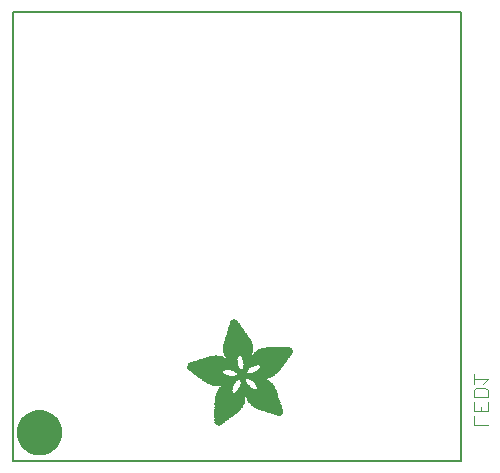
<source format=gbr>
G04 EAGLE Gerber RS-274X export*
G75*
%MOMM*%
%FSLAX34Y34*%
%LPD*%
%INSilkscreen Bottom*%
%IPPOS*%
%AMOC8*
5,1,8,0,0,1.08239X$1,22.5*%
G01*
%ADD10C,0.127000*%
%ADD11C,2.540000*%
%ADD12C,0.101600*%
%ADD13R,0.125700X0.014000*%
%ADD14R,0.209500X0.014000*%
%ADD15R,0.279400X0.013900*%
%ADD16R,0.335300X0.014000*%
%ADD17R,0.377200X0.014000*%
%ADD18R,0.419100X0.013900*%
%ADD19R,0.475000X0.014000*%
%ADD20R,0.502900X0.014000*%
%ADD21R,0.530900X0.013900*%
%ADD22R,0.558800X0.014000*%
%ADD23R,0.586800X0.014000*%
%ADD24R,0.628600X0.014000*%
%ADD25R,0.642600X0.013900*%
%ADD26R,0.670500X0.014000*%
%ADD27R,0.698500X0.014000*%
%ADD28R,0.712500X0.013900*%
%ADD29R,0.740400X0.014000*%
%ADD30R,0.768400X0.014000*%
%ADD31R,0.782300X0.013900*%
%ADD32R,0.810300X0.014000*%
%ADD33R,0.824200X0.014000*%
%ADD34R,0.852200X0.014000*%
%ADD35R,0.880200X0.013900*%
%ADD36R,0.894100X0.014000*%
%ADD37R,0.908100X0.014000*%
%ADD38R,0.936000X0.013900*%
%ADD39R,0.950000X0.014000*%
%ADD40R,0.964000X0.014000*%
%ADD41R,0.991900X0.013900*%
%ADD42R,1.005900X0.014000*%
%ADD43R,1.033800X0.014000*%
%ADD44R,1.047800X0.014000*%
%ADD45R,1.061800X0.013900*%
%ADD46R,1.089700X0.014000*%
%ADD47R,1.103700X0.014000*%
%ADD48R,1.117600X0.013900*%
%ADD49R,1.145600X0.014000*%
%ADD50R,1.159600X0.014000*%
%ADD51R,1.173500X0.013900*%
%ADD52R,1.201500X0.014000*%
%ADD53R,1.215400X0.014000*%
%ADD54R,1.243400X0.014000*%
%ADD55R,1.257300X0.013900*%
%ADD56R,1.271300X0.014000*%
%ADD57R,1.299300X0.014000*%
%ADD58R,1.313200X0.013900*%
%ADD59R,1.327200X0.014000*%
%ADD60R,1.355100X0.014000*%
%ADD61R,1.369100X0.013900*%
%ADD62R,1.383100X0.014000*%
%ADD63R,1.411000X0.014000*%
%ADD64R,1.425000X0.014000*%
%ADD65R,1.452900X0.013900*%
%ADD66R,1.466900X0.014000*%
%ADD67R,1.480900X0.014000*%
%ADD68R,1.508800X0.013900*%
%ADD69R,1.522800X0.014000*%
%ADD70R,1.536700X0.014000*%
%ADD71R,0.167700X0.013900*%
%ADD72R,1.564700X0.013900*%
%ADD73R,0.265500X0.014000*%
%ADD74R,1.578700X0.014000*%
%ADD75R,0.349200X0.014000*%
%ADD76R,1.606600X0.014000*%
%ADD77R,0.405100X0.014000*%
%ADD78R,1.620600X0.014000*%
%ADD79R,0.475000X0.013900*%
%ADD80R,1.634500X0.013900*%
%ADD81R,0.530900X0.014000*%
%ADD82R,1.662500X0.014000*%
%ADD83R,1.676400X0.014000*%
%ADD84R,1.690400X0.013900*%
%ADD85R,1.718400X0.014000*%
%ADD86R,0.754400X0.014000*%
%ADD87R,1.732300X0.014000*%
%ADD88R,0.796300X0.013900*%
%ADD89R,1.746300X0.013900*%
%ADD90R,0.852100X0.014000*%
%ADD91R,1.774200X0.014000*%
%ADD92R,0.908000X0.014000*%
%ADD93R,1.788200X0.014000*%
%ADD94R,0.949900X0.014000*%
%ADD95R,1.816100X0.014000*%
%ADD96R,1.005900X0.013900*%
%ADD97R,1.830100X0.013900*%
%ADD98R,1.844100X0.014000*%
%ADD99R,1.872000X0.014000*%
%ADD100R,1.131600X0.013900*%
%ADD101R,1.886000X0.013900*%
%ADD102R,1.187500X0.014000*%
%ADD103R,1.900000X0.014000*%
%ADD104R,1.229400X0.014000*%
%ADD105R,1.927900X0.014000*%
%ADD106R,1.271300X0.013900*%
%ADD107R,1.941900X0.013900*%
%ADD108R,1.313200X0.014000*%
%ADD109R,1.955800X0.014000*%
%ADD110R,1.969800X0.014000*%
%ADD111R,1.397000X0.014000*%
%ADD112R,1.997800X0.014000*%
%ADD113R,1.439000X0.013900*%
%ADD114R,2.011700X0.013900*%
%ADD115R,2.025700X0.014000*%
%ADD116R,2.039700X0.014000*%
%ADD117R,1.550700X0.013900*%
%ADD118R,2.053600X0.013900*%
%ADD119R,1.592600X0.014000*%
%ADD120R,2.067600X0.014000*%
%ADD121R,1.634500X0.014000*%
%ADD122R,2.081600X0.014000*%
%ADD123R,2.095500X0.013900*%
%ADD124R,2.109500X0.014000*%
%ADD125R,1.760200X0.014000*%
%ADD126R,2.123500X0.014000*%
%ADD127R,1.802100X0.014000*%
%ADD128R,2.137500X0.014000*%
%ADD129R,1.844000X0.013900*%
%ADD130R,2.151400X0.013900*%
%ADD131R,1.871900X0.014000*%
%ADD132R,2.165400X0.014000*%
%ADD133R,1.913800X0.014000*%
%ADD134R,2.179400X0.014000*%
%ADD135R,1.955800X0.013900*%
%ADD136R,2.193300X0.013900*%
%ADD137R,1.983800X0.014000*%
%ADD138R,2.207300X0.014000*%
%ADD139R,2.221300X0.014000*%
%ADD140R,2.221300X0.013900*%
%ADD141R,2.095500X0.014000*%
%ADD142R,2.235200X0.014000*%
%ADD143R,2.249200X0.014000*%
%ADD144R,2.137400X0.014000*%
%ADD145R,2.263200X0.014000*%
%ADD146R,2.179300X0.013900*%
%ADD147R,2.277200X0.013900*%
%ADD148R,2.193300X0.014000*%
%ADD149R,2.277200X0.014000*%
%ADD150R,2.221200X0.014000*%
%ADD151R,2.291100X0.014000*%
%ADD152R,2.249100X0.013900*%
%ADD153R,2.305100X0.013900*%
%ADD154R,2.319100X0.014000*%
%ADD155R,2.277100X0.014000*%
%ADD156R,2.333000X0.013900*%
%ADD157R,2.319000X0.014000*%
%ADD158R,2.347000X0.014000*%
%ADD159R,2.333000X0.014000*%
%ADD160R,2.361000X0.014000*%
%ADD161R,2.360900X0.014000*%
%ADD162R,2.374900X0.013900*%
%ADD163R,2.388800X0.014000*%
%ADD164R,2.388900X0.014000*%
%ADD165R,2.416800X0.014000*%
%ADD166R,2.416900X0.013900*%
%ADD167R,2.402900X0.013900*%
%ADD168R,2.430800X0.014000*%
%ADD169R,2.402900X0.014000*%
%ADD170R,2.458800X0.014000*%
%ADD171R,2.416900X0.014000*%
%ADD172R,2.458700X0.013900*%
%ADD173R,2.430800X0.013900*%
%ADD174R,2.472700X0.014000*%
%ADD175R,2.500600X0.014000*%
%ADD176R,2.444800X0.014000*%
%ADD177R,2.514600X0.013900*%
%ADD178R,2.458800X0.013900*%
%ADD179R,2.528600X0.014000*%
%ADD180R,2.528500X0.014000*%
%ADD181R,2.542500X0.013900*%
%ADD182R,2.472700X0.013900*%
%ADD183R,2.556500X0.014000*%
%ADD184R,2.486700X0.014000*%
%ADD185R,2.570500X0.013900*%
%ADD186R,2.486700X0.013900*%
%ADD187R,2.584500X0.014000*%
%ADD188R,2.500700X0.014000*%
%ADD189R,2.584400X0.014000*%
%ADD190R,2.598400X0.014000*%
%ADD191R,2.514600X0.014000*%
%ADD192R,2.612400X0.013900*%
%ADD193R,2.612400X0.014000*%
%ADD194R,2.626300X0.014000*%
%ADD195R,2.640300X0.013900*%
%ADD196R,2.528600X0.013900*%
%ADD197R,2.640400X0.014000*%
%ADD198R,2.542600X0.014000*%
%ADD199R,2.654300X0.014000*%
%ADD200R,2.654300X0.013900*%
%ADD201R,2.542600X0.013900*%
%ADD202R,2.668300X0.014000*%
%ADD203R,2.556600X0.014000*%
%ADD204R,2.682200X0.014000*%
%ADD205R,2.668200X0.013900*%
%ADD206R,2.556600X0.013900*%
%ADD207R,2.570500X0.014000*%
%ADD208R,2.696200X0.014000*%
%ADD209R,2.682300X0.013900*%
%ADD210R,2.696300X0.014000*%
%ADD211R,2.696200X0.013900*%
%ADD212R,2.710200X0.014000*%
%ADD213R,2.710200X0.013900*%
%ADD214R,2.724100X0.014000*%
%ADD215R,2.710100X0.014000*%
%ADD216R,2.724100X0.013900*%
%ADD217R,2.584500X0.013900*%
%ADD218R,2.724200X0.014000*%
%ADD219R,2.724200X0.013900*%
%ADD220R,2.738100X0.013900*%
%ADD221R,2.738200X0.013900*%
%ADD222R,2.556500X0.013900*%
%ADD223R,5.238700X0.013900*%
%ADD224R,5.238700X0.014000*%
%ADD225R,5.224800X0.014000*%
%ADD226R,5.210800X0.013900*%
%ADD227R,5.210800X0.014000*%
%ADD228R,5.196800X0.014000*%
%ADD229R,5.182900X0.013900*%
%ADD230R,5.182900X0.014000*%
%ADD231R,5.168900X0.014000*%
%ADD232R,5.154900X0.014000*%
%ADD233R,5.154900X0.013900*%
%ADD234R,5.141000X0.014000*%
%ADD235R,5.127000X0.014000*%
%ADD236R,3.604200X0.013900*%
%ADD237R,1.411000X0.013900*%
%ADD238R,3.562300X0.014000*%
%ADD239R,1.383000X0.014000*%
%ADD240R,3.534400X0.014000*%
%ADD241R,1.369100X0.014000*%
%ADD242R,3.506500X0.013900*%
%ADD243R,1.341100X0.013900*%
%ADD244R,3.492500X0.014000*%
%ADD245R,1.341100X0.014000*%
%ADD246R,3.450600X0.014000*%
%ADD247R,1.313100X0.014000*%
%ADD248R,3.436600X0.014000*%
%ADD249R,3.422700X0.013900*%
%ADD250R,1.299200X0.013900*%
%ADD251R,3.394700X0.014000*%
%ADD252R,1.285300X0.014000*%
%ADD253R,3.380700X0.014000*%
%ADD254R,3.366700X0.013900*%
%ADD255R,3.338900X0.014000*%
%ADD256R,1.257300X0.014000*%
%ADD257R,3.324900X0.014000*%
%ADD258R,3.310900X0.013900*%
%ADD259R,1.243400X0.013900*%
%ADD260R,3.283000X0.014000*%
%ADD261R,3.255000X0.014000*%
%ADD262R,3.241000X0.013900*%
%ADD263R,1.215400X0.013900*%
%ADD264R,3.227100X0.014000*%
%ADD265R,3.213100X0.014000*%
%ADD266R,1.718300X0.013900*%
%ADD267R,1.187500X0.013900*%
%ADD268R,1.648500X0.014000*%
%ADD269R,1.187400X0.014000*%
%ADD270R,1.620500X0.014000*%
%ADD271R,1.592600X0.013900*%
%ADD272R,1.271200X0.013900*%
%ADD273R,1.173400X0.013900*%
%ADD274R,1.159500X0.014000*%
%ADD275R,1.564600X0.014000*%
%ADD276R,1.201400X0.014000*%
%ADD277R,1.145500X0.014000*%
%ADD278R,1.145500X0.013900*%
%ADD279R,1.550700X0.014000*%
%ADD280R,1.103600X0.014000*%
%ADD281R,1.131600X0.014000*%
%ADD282R,1.075700X0.014000*%
%ADD283R,1.117600X0.014000*%
%ADD284R,1.536700X0.013900*%
%ADD285R,1.047800X0.013900*%
%ADD286R,1.103600X0.013900*%
%ADD287R,1.522700X0.014000*%
%ADD288R,1.005800X0.014000*%
%ADD289R,0.991900X0.014000*%
%ADD290R,0.963900X0.013900*%
%ADD291R,1.075700X0.013900*%
%ADD292R,1.508800X0.014000*%
%ADD293R,1.075600X0.014000*%
%ADD294R,1.494800X0.014000*%
%ADD295R,1.061700X0.014000*%
%ADD296R,1.047700X0.014000*%
%ADD297R,1.494800X0.013900*%
%ADD298R,1.047700X0.013900*%
%ADD299R,1.480800X0.014000*%
%ADD300R,1.494700X0.014000*%
%ADD301R,0.838200X0.014000*%
%ADD302R,1.480800X0.013900*%
%ADD303R,0.810200X0.013900*%
%ADD304R,1.019800X0.013900*%
%ADD305R,1.466800X0.014000*%
%ADD306R,0.796300X0.014000*%
%ADD307R,0.768300X0.014000*%
%ADD308R,1.466800X0.013900*%
%ADD309R,0.754300X0.013900*%
%ADD310R,0.977900X0.013900*%
%ADD311R,0.139700X0.013900*%
%ADD312R,0.963900X0.014000*%
%ADD313R,0.712500X0.014000*%
%ADD314R,0.544800X0.014000*%
%ADD315R,0.670600X0.014000*%
%ADD316R,0.684600X0.013900*%
%ADD317R,0.922000X0.013900*%
%ADD318R,1.452900X0.014000*%
%ADD319R,0.656600X0.014000*%
%ADD320R,0.922100X0.014000*%
%ADD321R,0.866200X0.014000*%
%ADD322R,0.894000X0.013900*%
%ADD323R,1.033800X0.013900*%
%ADD324R,0.614600X0.014000*%
%ADD325R,0.866100X0.014000*%
%ADD326R,1.452800X0.014000*%
%ADD327R,0.600700X0.014000*%
%ADD328R,1.173500X0.014000*%
%ADD329R,1.438900X0.013900*%
%ADD330R,0.586700X0.013900*%
%ADD331R,0.838200X0.013900*%
%ADD332R,0.586700X0.014000*%
%ADD333R,2.151400X0.014000*%
%ADD334R,2.193200X0.014000*%
%ADD335R,1.438900X0.014000*%
%ADD336R,0.544900X0.014000*%
%ADD337R,0.544900X0.013900*%
%ADD338R,2.277100X0.013900*%
%ADD339R,0.516900X0.014000*%
%ADD340R,0.516900X0.013900*%
%ADD341R,0.489000X0.014000*%
%ADD342R,1.424900X0.014000*%
%ADD343R,2.444700X0.014000*%
%ADD344R,1.424900X0.013900*%
%ADD345R,0.461000X0.014000*%
%ADD346R,2.570400X0.014000*%
%ADD347R,1.425000X0.013900*%
%ADD348R,0.447000X0.013900*%
%ADD349R,1.410900X0.014000*%
%ADD350R,0.447000X0.014000*%
%ADD351R,0.433100X0.014000*%
%ADD352R,2.668200X0.014000*%
%ADD353R,0.433100X0.013900*%
%ADD354R,0.419100X0.014000*%
%ADD355R,2.738100X0.014000*%
%ADD356R,2.766100X0.014000*%
%ADD357R,1.397000X0.013900*%
%ADD358R,2.807900X0.013900*%
%ADD359R,2.835900X0.014000*%
%ADD360R,2.877900X0.014000*%
%ADD361R,0.433000X0.014000*%
%ADD362R,2.905700X0.014000*%
%ADD363R,1.369000X0.013900*%
%ADD364R,0.433000X0.013900*%
%ADD365R,2.947700X0.013900*%
%ADD366R,2.989500X0.014000*%
%ADD367R,3.031500X0.014000*%
%ADD368R,1.355100X0.013900*%
%ADD369R,0.488900X0.013900*%
%ADD370R,3.087300X0.013900*%
%ADD371R,1.341200X0.014000*%
%ADD372R,3.702000X0.014000*%
%ADD373R,3.716000X0.014000*%
%ADD374R,1.327100X0.013900*%
%ADD375R,3.757900X0.013900*%
%ADD376R,3.771900X0.014000*%
%ADD377R,1.299200X0.014000*%
%ADD378R,3.799900X0.014000*%
%ADD379R,3.841700X0.014000*%
%ADD380R,3.869700X0.013900*%
%ADD381R,3.925600X0.014000*%
%ADD382R,0.111800X0.014000*%
%ADD383R,5.266700X0.014000*%
%ADD384R,5.727700X0.013900*%
%ADD385R,5.825500X0.014000*%
%ADD386R,5.895400X0.014000*%
%ADD387R,5.965200X0.013900*%
%ADD388R,6.021100X0.014000*%
%ADD389R,6.076900X0.014000*%
%ADD390R,6.146800X0.014000*%
%ADD391R,6.188800X0.013900*%
%ADD392R,6.244600X0.014000*%
%ADD393R,6.286500X0.014000*%
%ADD394R,6.328400X0.013900*%
%ADD395R,6.384300X0.014000*%
%ADD396R,3.352800X0.014000*%
%ADD397R,2.821900X0.014000*%
%ADD398R,3.283000X0.013900*%
%ADD399R,3.241100X0.014000*%
%ADD400R,2.682300X0.014000*%
%ADD401R,3.241000X0.014000*%
%ADD402R,2.640300X0.014000*%
%ADD403R,3.227100X0.013900*%
%ADD404R,2.584400X0.013900*%
%ADD405R,3.227000X0.014000*%
%ADD406R,3.269000X0.013900*%
%ADD407R,3.282900X0.014000*%
%ADD408R,3.310900X0.014000*%
%ADD409R,3.338800X0.013900*%
%ADD410R,0.922000X0.014000*%
%ADD411R,2.123400X0.013900*%
%ADD412R,0.894100X0.013900*%
%ADD413R,2.081500X0.014000*%
%ADD414R,0.894000X0.014000*%
%ADD415R,0.908100X0.013900*%
%ADD416R,2.039600X0.014000*%
%ADD417R,2.011700X0.014000*%
%ADD418R,0.936000X0.014000*%
%ADD419R,1.969700X0.013900*%
%ADD420R,0.977900X0.014000*%
%ADD421R,1.941900X0.014000*%
%ADD422R,1.927800X0.013900*%
%ADD423R,1.913900X0.014000*%
%ADD424R,1.913800X0.013900*%
%ADD425R,2.794000X0.013900*%
%ADD426R,1.899900X0.014000*%
%ADD427R,1.229300X0.014000*%
%ADD428R,1.285200X0.014000*%
%ADD429R,2.919700X0.014000*%
%ADD430R,1.872000X0.013900*%
%ADD431R,2.961600X0.013900*%
%ADD432R,1.858000X0.014000*%
%ADD433R,3.031400X0.014000*%
%ADD434R,3.115300X0.014000*%
%ADD435R,1.858000X0.013900*%
%ADD436R,5.029200X0.013900*%
%ADD437R,4.428500X0.014000*%
%ADD438R,1.844000X0.014000*%
%ADD439R,4.414500X0.014000*%
%ADD440R,4.414500X0.013900*%
%ADD441R,1.830100X0.014000*%
%ADD442R,4.414600X0.014000*%
%ADD443R,1.830000X0.014000*%
%ADD444R,0.530800X0.014000*%
%ADD445R,4.400500X0.014000*%
%ADD446R,4.400500X0.013900*%
%ADD447R,4.400600X0.014000*%
%ADD448R,0.572800X0.013900*%
%ADD449R,4.386600X0.013900*%
%ADD450R,4.386500X0.014000*%
%ADD451R,0.614700X0.013900*%
%ADD452R,4.372600X0.013900*%
%ADD453R,0.642600X0.014000*%
%ADD454R,4.372600X0.014000*%
%ADD455R,0.698500X0.013900*%
%ADD456R,4.358600X0.013900*%
%ADD457R,0.712400X0.014000*%
%ADD458R,4.358600X0.014000*%
%ADD459R,4.344700X0.014000*%
%ADD460R,1.871900X0.013900*%
%ADD461R,0.768300X0.013900*%
%ADD462R,4.330700X0.013900*%
%ADD463R,1.885900X0.014000*%
%ADD464R,0.782300X0.014000*%
%ADD465R,4.330700X0.014000*%
%ADD466R,4.316700X0.014000*%
%ADD467R,1.899900X0.013900*%
%ADD468R,0.852200X0.013900*%
%ADD469R,4.316700X0.013900*%
%ADD470R,0.880100X0.014000*%
%ADD471R,4.302700X0.014000*%
%ADD472R,1.941800X0.014000*%
%ADD473R,4.288800X0.014000*%
%ADD474R,1.983700X0.013900*%
%ADD475R,4.274800X0.013900*%
%ADD476R,4.274800X0.014000*%
%ADD477R,4.260800X0.014000*%
%ADD478R,3.408700X0.013900*%
%ADD479R,4.260800X0.013900*%
%ADD480R,3.408700X0.014000*%
%ADD481R,4.232900X0.014000*%
%ADD482R,3.422700X0.014000*%
%ADD483R,4.219000X0.014000*%
%ADD484R,3.436600X0.013900*%
%ADD485R,4.219000X0.013900*%
%ADD486R,4.205000X0.014000*%
%ADD487R,4.177000X0.014000*%
%ADD488R,3.464600X0.014000*%
%ADD489R,4.163100X0.014000*%
%ADD490R,3.478600X0.013900*%
%ADD491R,4.135100X0.013900*%
%ADD492R,3.478600X0.014000*%
%ADD493R,4.121100X0.014000*%
%ADD494R,4.093200X0.014000*%
%ADD495R,4.051300X0.013900*%
%ADD496R,3.520500X0.014000*%
%ADD497R,4.009400X0.014000*%
%ADD498R,3.981400X0.014000*%
%ADD499R,3.548300X0.013900*%
%ADD500R,3.939500X0.013900*%
%ADD501R,3.897600X0.014000*%
%ADD502R,3.576300X0.014000*%
%ADD503R,3.799800X0.014000*%
%ADD504R,3.590200X0.013900*%
%ADD505R,3.744000X0.013900*%
%ADD506R,3.604200X0.014000*%
%ADD507R,3.702100X0.014000*%
%ADD508R,3.618200X0.014000*%
%ADD509R,3.660200X0.014000*%
%ADD510R,3.632200X0.013900*%
%ADD511R,3.618300X0.013900*%
%ADD512R,3.646200X0.014000*%
%ADD513R,3.576400X0.014000*%
%ADD514R,3.660100X0.014000*%
%ADD515R,3.660100X0.013900*%
%ADD516R,3.674100X0.014000*%
%ADD517R,3.436700X0.014000*%
%ADD518R,2.612300X0.014000*%
%ADD519R,0.782400X0.014000*%
%ADD520R,3.716000X0.013900*%
%ADD521R,2.500600X0.013900*%
%ADD522R,3.730000X0.014000*%
%ADD523R,3.758000X0.014000*%
%ADD524R,2.374900X0.014000*%
%ADD525R,3.771900X0.013900*%
%ADD526R,0.824300X0.013900*%
%ADD527R,2.305000X0.013900*%
%ADD528R,3.785900X0.014000*%
%ADD529R,3.813800X0.013900*%
%ADD530R,3.827800X0.014000*%
%ADD531R,3.855700X0.014000*%
%ADD532R,3.883700X0.014000*%
%ADD533R,1.802200X0.014000*%
%ADD534R,3.897700X0.014000*%
%ADD535R,1.746300X0.014000*%
%ADD536R,3.911600X0.013900*%
%ADD537R,0.949900X0.013900*%
%ADD538R,1.676400X0.013900*%
%ADD539R,3.939500X0.014000*%
%ADD540R,1.550600X0.014000*%
%ADD541R,3.967500X0.013900*%
%ADD542R,1.327100X0.014000*%
%ADD543R,1.019800X0.014000*%
%ADD544R,4.037300X0.013900*%
%ADD545R,3.213100X0.013900*%
%ADD546R,0.866200X0.013900*%
%ADD547R,1.061700X0.013900*%
%ADD548R,0.908000X0.013900*%
%ADD549R,1.089600X0.014000*%
%ADD550R,0.181700X0.014000*%
%ADD551R,2.346900X0.014000*%
%ADD552R,2.346900X0.013900*%
%ADD553R,3.227000X0.013900*%
%ADD554R,2.388900X0.013900*%
%ADD555R,2.416800X0.013900*%
%ADD556R,2.430700X0.014000*%
%ADD557R,3.199100X0.013900*%
%ADD558R,2.444700X0.013900*%
%ADD559R,3.199200X0.014000*%
%ADD560R,3.185200X0.014000*%
%ADD561R,2.458700X0.014000*%
%ADD562R,3.185100X0.013900*%
%ADD563R,3.171100X0.014000*%
%ADD564R,3.157200X0.014000*%
%ADD565R,3.143200X0.013900*%
%ADD566R,3.129300X0.014000*%
%ADD567R,3.101300X0.014000*%
%ADD568R,3.087400X0.013900*%
%ADD569R,3.087400X0.014000*%
%ADD570R,3.059400X0.014000*%
%ADD571R,3.031500X0.013900*%
%ADD572R,3.017500X0.014000*%
%ADD573R,2.989600X0.014000*%
%ADD574R,2.975600X0.014000*%
%ADD575R,2.891700X0.014000*%
%ADD576R,2.849900X0.013900*%
%ADD577R,2.822000X0.014000*%
%ADD578R,2.794000X0.014000*%
%ADD579R,2.752100X0.013900*%
%ADD580R,2.305000X0.014000*%
%ADD581R,2.109400X0.013900*%
%ADD582R,1.969700X0.014000*%
%ADD583R,2.486600X0.014000*%
%ADD584R,2.472600X0.014000*%
%ADD585R,2.472600X0.013900*%
%ADD586R,2.402800X0.013900*%
%ADD587R,2.402800X0.014000*%
%ADD588R,2.360900X0.013900*%
%ADD589R,2.319100X0.013900*%
%ADD590R,2.291100X0.013900*%
%ADD591R,2.263100X0.013900*%
%ADD592R,2.249100X0.014000*%
%ADD593R,2.179300X0.014000*%
%ADD594R,2.109400X0.014000*%
%ADD595R,2.067600X0.013900*%
%ADD596R,2.053600X0.014000*%
%ADD597R,2.025600X0.014000*%
%ADD598R,2.025600X0.013900*%
%ADD599R,1.983700X0.014000*%
%ADD600R,1.927900X0.013900*%
%ADD601R,1.886000X0.014000*%
%ADD602R,1.816100X0.013900*%
%ADD603R,1.760200X0.013900*%
%ADD604R,1.732300X0.013900*%
%ADD605R,1.718300X0.014000*%
%ADD606R,1.704300X0.014000*%
%ADD607R,1.690400X0.014000*%
%ADD608R,1.662400X0.013900*%
%ADD609R,1.662400X0.014000*%
%ADD610R,1.648400X0.014000*%
%ADD611R,1.620500X0.013900*%
%ADD612R,1.578600X0.013900*%
%ADD613R,1.522700X0.013900*%
%ADD614R,1.480900X0.013900*%
%ADD615R,1.383000X0.013900*%
%ADD616R,1.369000X0.014000*%
%ADD617R,1.341200X0.013900*%
%ADD618R,1.243300X0.013900*%
%ADD619R,1.215300X0.014000*%
%ADD620R,1.201400X0.013900*%
%ADD621R,1.159500X0.013900*%
%ADD622R,1.089600X0.013900*%
%ADD623R,0.880200X0.014000*%
%ADD624R,0.810200X0.014000*%
%ADD625R,0.726500X0.014000*%
%ADD626R,0.684500X0.014000*%
%ADD627R,0.600700X0.013900*%
%ADD628R,0.530800X0.013900*%
%ADD629R,0.503000X0.014000*%
%ADD630R,0.335200X0.013900*%
%ADD631R,0.279400X0.014000*%
%ADD632R,0.223600X0.014000*%
%ADD633R,0.111800X0.013900*%


D10*
X190000Y-190000D02*
X190000Y190000D01*
X-190000Y190000D01*
X-190000Y-190000D01*
X190000Y-190000D01*
D11*
X-173650Y-166200D02*
X-173648Y-166041D01*
X-173642Y-165882D01*
X-173632Y-165724D01*
X-173618Y-165565D01*
X-173600Y-165407D01*
X-173579Y-165250D01*
X-173553Y-165093D01*
X-173523Y-164937D01*
X-173490Y-164781D01*
X-173452Y-164627D01*
X-173411Y-164473D01*
X-173366Y-164321D01*
X-173317Y-164170D01*
X-173264Y-164020D01*
X-173208Y-163871D01*
X-173147Y-163724D01*
X-173084Y-163579D01*
X-173016Y-163435D01*
X-172945Y-163292D01*
X-172871Y-163152D01*
X-172793Y-163014D01*
X-172711Y-162877D01*
X-172626Y-162743D01*
X-172538Y-162610D01*
X-172447Y-162480D01*
X-172352Y-162353D01*
X-172254Y-162228D01*
X-172153Y-162105D01*
X-172049Y-161985D01*
X-171942Y-161867D01*
X-171832Y-161752D01*
X-171719Y-161640D01*
X-171604Y-161531D01*
X-171486Y-161425D01*
X-171365Y-161321D01*
X-171241Y-161221D01*
X-171116Y-161124D01*
X-170987Y-161030D01*
X-170857Y-160940D01*
X-170724Y-160852D01*
X-170589Y-160768D01*
X-170452Y-160688D01*
X-170313Y-160610D01*
X-170172Y-160537D01*
X-170030Y-160467D01*
X-169885Y-160400D01*
X-169739Y-160337D01*
X-169592Y-160278D01*
X-169443Y-160222D01*
X-169292Y-160171D01*
X-169141Y-160123D01*
X-168988Y-160079D01*
X-168834Y-160038D01*
X-168680Y-160002D01*
X-168524Y-159969D01*
X-168368Y-159940D01*
X-168211Y-159916D01*
X-168053Y-159895D01*
X-167895Y-159878D01*
X-167737Y-159865D01*
X-167578Y-159856D01*
X-167419Y-159851D01*
X-167260Y-159850D01*
X-167101Y-159853D01*
X-166943Y-159860D01*
X-166784Y-159871D01*
X-166626Y-159886D01*
X-166468Y-159905D01*
X-166311Y-159928D01*
X-166154Y-159954D01*
X-165998Y-159985D01*
X-165843Y-160019D01*
X-165689Y-160058D01*
X-165535Y-160100D01*
X-165383Y-160146D01*
X-165232Y-160196D01*
X-165083Y-160250D01*
X-164934Y-160307D01*
X-164788Y-160368D01*
X-164642Y-160433D01*
X-164499Y-160501D01*
X-164357Y-160573D01*
X-164217Y-160649D01*
X-164079Y-160727D01*
X-163943Y-160810D01*
X-163809Y-160895D01*
X-163678Y-160984D01*
X-163548Y-161077D01*
X-163421Y-161172D01*
X-163297Y-161271D01*
X-163174Y-161373D01*
X-163055Y-161477D01*
X-162938Y-161585D01*
X-162824Y-161696D01*
X-162713Y-161809D01*
X-162604Y-161925D01*
X-162499Y-162044D01*
X-162396Y-162166D01*
X-162297Y-162290D01*
X-162200Y-162416D01*
X-162107Y-162545D01*
X-162017Y-162676D01*
X-161931Y-162810D01*
X-161848Y-162945D01*
X-161768Y-163083D01*
X-161692Y-163222D01*
X-161619Y-163363D01*
X-161550Y-163506D01*
X-161484Y-163651D01*
X-161422Y-163798D01*
X-161364Y-163945D01*
X-161309Y-164095D01*
X-161258Y-164245D01*
X-161211Y-164397D01*
X-161168Y-164550D01*
X-161129Y-164704D01*
X-161093Y-164859D01*
X-161062Y-165015D01*
X-161034Y-165171D01*
X-161010Y-165328D01*
X-160990Y-165486D01*
X-160974Y-165644D01*
X-160962Y-165803D01*
X-160954Y-165962D01*
X-160950Y-166121D01*
X-160950Y-166279D01*
X-160954Y-166438D01*
X-160962Y-166597D01*
X-160974Y-166756D01*
X-160990Y-166914D01*
X-161010Y-167072D01*
X-161034Y-167229D01*
X-161062Y-167385D01*
X-161093Y-167541D01*
X-161129Y-167696D01*
X-161168Y-167850D01*
X-161211Y-168003D01*
X-161258Y-168155D01*
X-161309Y-168305D01*
X-161364Y-168455D01*
X-161422Y-168602D01*
X-161484Y-168749D01*
X-161550Y-168894D01*
X-161619Y-169037D01*
X-161692Y-169178D01*
X-161768Y-169317D01*
X-161848Y-169455D01*
X-161931Y-169590D01*
X-162017Y-169724D01*
X-162107Y-169855D01*
X-162200Y-169984D01*
X-162297Y-170110D01*
X-162396Y-170234D01*
X-162499Y-170356D01*
X-162604Y-170475D01*
X-162713Y-170591D01*
X-162824Y-170704D01*
X-162938Y-170815D01*
X-163055Y-170923D01*
X-163174Y-171027D01*
X-163297Y-171129D01*
X-163421Y-171228D01*
X-163548Y-171323D01*
X-163678Y-171416D01*
X-163809Y-171505D01*
X-163943Y-171590D01*
X-164079Y-171673D01*
X-164217Y-171751D01*
X-164357Y-171827D01*
X-164499Y-171899D01*
X-164642Y-171967D01*
X-164788Y-172032D01*
X-164934Y-172093D01*
X-165083Y-172150D01*
X-165232Y-172204D01*
X-165383Y-172254D01*
X-165535Y-172300D01*
X-165689Y-172342D01*
X-165843Y-172381D01*
X-165998Y-172415D01*
X-166154Y-172446D01*
X-166311Y-172472D01*
X-166468Y-172495D01*
X-166626Y-172514D01*
X-166784Y-172529D01*
X-166943Y-172540D01*
X-167101Y-172547D01*
X-167260Y-172550D01*
X-167419Y-172549D01*
X-167578Y-172544D01*
X-167737Y-172535D01*
X-167895Y-172522D01*
X-168053Y-172505D01*
X-168211Y-172484D01*
X-168368Y-172460D01*
X-168524Y-172431D01*
X-168680Y-172398D01*
X-168834Y-172362D01*
X-168988Y-172321D01*
X-169141Y-172277D01*
X-169292Y-172229D01*
X-169443Y-172178D01*
X-169592Y-172122D01*
X-169739Y-172063D01*
X-169885Y-172000D01*
X-170030Y-171933D01*
X-170172Y-171863D01*
X-170313Y-171790D01*
X-170452Y-171712D01*
X-170589Y-171632D01*
X-170724Y-171548D01*
X-170857Y-171460D01*
X-170987Y-171370D01*
X-171116Y-171276D01*
X-171241Y-171179D01*
X-171365Y-171079D01*
X-171486Y-170975D01*
X-171604Y-170869D01*
X-171719Y-170760D01*
X-171832Y-170648D01*
X-171942Y-170533D01*
X-172049Y-170415D01*
X-172153Y-170295D01*
X-172254Y-170172D01*
X-172352Y-170047D01*
X-172447Y-169920D01*
X-172538Y-169790D01*
X-172626Y-169657D01*
X-172711Y-169523D01*
X-172793Y-169386D01*
X-172871Y-169248D01*
X-172945Y-169108D01*
X-173016Y-168965D01*
X-173084Y-168821D01*
X-173147Y-168676D01*
X-173208Y-168529D01*
X-173264Y-168380D01*
X-173317Y-168230D01*
X-173366Y-168079D01*
X-173411Y-167927D01*
X-173452Y-167773D01*
X-173490Y-167619D01*
X-173523Y-167463D01*
X-173553Y-167307D01*
X-173579Y-167150D01*
X-173600Y-166993D01*
X-173618Y-166835D01*
X-173632Y-166676D01*
X-173642Y-166518D01*
X-173648Y-166359D01*
X-173650Y-166200D01*
D12*
X200508Y-159492D02*
X212202Y-159492D01*
X200508Y-159492D02*
X200508Y-151696D01*
X212202Y-147798D02*
X212202Y-140002D01*
X212202Y-147798D02*
X200508Y-147798D01*
X200508Y-140002D01*
X206355Y-143900D02*
X206355Y-147798D01*
X212202Y-136104D02*
X200508Y-136104D01*
X200508Y-130257D01*
X202457Y-128308D01*
X210253Y-128308D01*
X212202Y-130257D01*
X212202Y-136104D01*
X208304Y-124410D02*
X212202Y-120512D01*
X200508Y-120512D01*
X200508Y-124410D02*
X200508Y-116614D01*
D13*
X-15596Y-160020D03*
D14*
X-15596Y-159880D03*
D15*
X-15526Y-159741D03*
D16*
X-15526Y-159601D03*
D17*
X-15596Y-159461D03*
D18*
X-15526Y-159322D03*
D19*
X-15526Y-159182D03*
D20*
X-15526Y-159042D03*
D21*
X-15526Y-158903D03*
D22*
X-15386Y-158763D03*
D23*
X-15386Y-158623D03*
D24*
X-15316Y-158483D03*
D25*
X-15246Y-158344D03*
D26*
X-15247Y-158204D03*
D27*
X-15107Y-158064D03*
D28*
X-15037Y-157925D03*
D29*
X-15037Y-157785D03*
D30*
X-14897Y-157645D03*
D31*
X-14828Y-157506D03*
D32*
X-14688Y-157366D03*
D33*
X-14618Y-157226D03*
D34*
X-14618Y-157086D03*
D35*
X-14478Y-156947D03*
D36*
X-14409Y-156807D03*
D37*
X-14339Y-156667D03*
D38*
X-14199Y-156528D03*
D39*
X-14129Y-156388D03*
D40*
X-14059Y-156248D03*
D41*
X-13920Y-156109D03*
D42*
X-13850Y-155969D03*
D43*
X-13710Y-155829D03*
D44*
X-13640Y-155689D03*
D45*
X-13570Y-155550D03*
D46*
X-13431Y-155410D03*
D47*
X-13361Y-155270D03*
D48*
X-13291Y-155131D03*
D49*
X-13151Y-154991D03*
D50*
X-13081Y-154851D03*
D51*
X-13012Y-154712D03*
D52*
X-12872Y-154572D03*
D53*
X-12802Y-154432D03*
D54*
X-12662Y-154292D03*
D55*
X-12593Y-154153D03*
D56*
X-12523Y-154013D03*
D57*
X-12383Y-153873D03*
D58*
X-12313Y-153734D03*
D59*
X-12243Y-153594D03*
D60*
X-12104Y-153454D03*
D61*
X-12034Y-153315D03*
D62*
X-11964Y-153175D03*
D63*
X-11824Y-153035D03*
D64*
X-11754Y-152895D03*
D65*
X-11615Y-152756D03*
D66*
X-11545Y-152616D03*
D67*
X-11475Y-152476D03*
D68*
X-11335Y-152337D03*
D69*
X-11265Y-152197D03*
D70*
X-11196Y-152057D03*
D71*
X35605Y-151918D03*
D72*
X-11056Y-151918D03*
D73*
X35535Y-151778D03*
D74*
X-10986Y-151778D03*
D75*
X35395Y-151638D03*
D76*
X-10846Y-151638D03*
D77*
X35256Y-151498D03*
D78*
X-10776Y-151498D03*
D79*
X35185Y-151359D03*
D80*
X-10707Y-151359D03*
D81*
X35046Y-151219D03*
D82*
X-10567Y-151219D03*
D23*
X34906Y-151079D03*
D83*
X-10497Y-151079D03*
D25*
X34766Y-150940D03*
D84*
X-10427Y-150940D03*
D27*
X34627Y-150800D03*
D85*
X-10287Y-150800D03*
D86*
X34487Y-150660D03*
D87*
X-10218Y-150660D03*
D88*
X34278Y-150521D03*
D89*
X-10148Y-150521D03*
D90*
X34138Y-150381D03*
D91*
X-10008Y-150381D03*
D92*
X33998Y-150241D03*
D93*
X-9938Y-150241D03*
D94*
X33789Y-150101D03*
D95*
X-9799Y-150101D03*
D96*
X33649Y-149962D03*
D97*
X-9729Y-149962D03*
D44*
X33439Y-149822D03*
D98*
X-9659Y-149822D03*
D46*
X33230Y-149682D03*
D99*
X-9519Y-149682D03*
D100*
X33020Y-149543D03*
D101*
X-9449Y-149543D03*
D102*
X32881Y-149403D03*
D103*
X-9379Y-149403D03*
D104*
X32671Y-149263D03*
D105*
X-9240Y-149263D03*
D106*
X32462Y-149124D03*
D107*
X-9170Y-149124D03*
D108*
X32252Y-148984D03*
D109*
X-9100Y-148984D03*
D60*
X32043Y-148844D03*
D110*
X-9030Y-148844D03*
D111*
X31833Y-148704D03*
D112*
X-8890Y-148704D03*
D113*
X31623Y-148565D03*
D114*
X-8821Y-148565D03*
D67*
X31414Y-148425D03*
D115*
X-8751Y-148425D03*
D69*
X31204Y-148285D03*
D116*
X-8681Y-148285D03*
D117*
X30925Y-148146D03*
D118*
X-8611Y-148146D03*
D119*
X30715Y-148006D03*
D120*
X-8541Y-148006D03*
D121*
X30506Y-147866D03*
D122*
X-8471Y-147866D03*
D84*
X30226Y-147727D03*
D123*
X-8402Y-147727D03*
D87*
X30017Y-147587D03*
D124*
X-8332Y-147587D03*
D125*
X29737Y-147447D03*
D126*
X-8262Y-147447D03*
D127*
X29528Y-147307D03*
D128*
X-8192Y-147307D03*
D129*
X29318Y-147168D03*
D130*
X-8122Y-147168D03*
D131*
X29039Y-147028D03*
D132*
X-8052Y-147028D03*
D133*
X28829Y-146888D03*
D134*
X-7982Y-146888D03*
D135*
X28619Y-146749D03*
D136*
X-7913Y-146749D03*
D137*
X28340Y-146609D03*
D138*
X-7843Y-146609D03*
D115*
X28131Y-146469D03*
D139*
X-7773Y-146469D03*
D118*
X27991Y-146330D03*
D140*
X-7773Y-146330D03*
D141*
X27782Y-146190D03*
D142*
X-7703Y-146190D03*
D124*
X27572Y-146050D03*
D143*
X-7633Y-146050D03*
D144*
X27432Y-145910D03*
D145*
X-7563Y-145910D03*
D146*
X27223Y-145771D03*
D147*
X-7493Y-145771D03*
D148*
X27013Y-145631D03*
D149*
X-7493Y-145631D03*
D150*
X26873Y-145491D03*
D151*
X-7424Y-145491D03*
D152*
X26734Y-145352D03*
D153*
X-7354Y-145352D03*
D143*
X26594Y-145212D03*
D154*
X-7284Y-145212D03*
D155*
X26455Y-145072D03*
D154*
X-7284Y-145072D03*
D153*
X26315Y-144933D03*
D156*
X-7214Y-144933D03*
D157*
X26105Y-144793D03*
D158*
X-7144Y-144793D03*
D159*
X26035Y-144653D03*
D160*
X-7074Y-144653D03*
D161*
X25896Y-144513D03*
D160*
X-7074Y-144513D03*
D162*
X25686Y-144374D03*
X-7005Y-144374D03*
D163*
X25616Y-144234D03*
D164*
X-6935Y-144234D03*
D165*
X25476Y-144094D03*
D164*
X-6935Y-144094D03*
D166*
X25337Y-143955D03*
D167*
X-6865Y-143955D03*
D168*
X25267Y-143815D03*
D169*
X-6865Y-143815D03*
D170*
X25127Y-143675D03*
D171*
X-6795Y-143675D03*
D172*
X24988Y-143536D03*
D173*
X-6725Y-143536D03*
D174*
X24918Y-143396D03*
D168*
X-6725Y-143396D03*
D175*
X24778Y-143256D03*
D176*
X-6655Y-143256D03*
D175*
X24638Y-143116D03*
D176*
X-6655Y-143116D03*
D177*
X24568Y-142977D03*
D178*
X-6585Y-142977D03*
D179*
X24498Y-142837D03*
D170*
X-6585Y-142837D03*
D180*
X24359Y-142697D03*
D174*
X-6516Y-142697D03*
D181*
X24289Y-142558D03*
D182*
X-6516Y-142558D03*
D183*
X24219Y-142418D03*
D184*
X-6446Y-142418D03*
D183*
X24080Y-142278D03*
D184*
X-6446Y-142278D03*
D185*
X24010Y-142139D03*
D186*
X-6446Y-142139D03*
D187*
X23940Y-141999D03*
D188*
X-6376Y-141999D03*
D189*
X23800Y-141859D03*
D188*
X-6376Y-141859D03*
D190*
X23730Y-141719D03*
D191*
X-6306Y-141719D03*
D192*
X23660Y-141580D03*
D177*
X-6306Y-141580D03*
D193*
X23520Y-141440D03*
D191*
X-6306Y-141440D03*
D194*
X23451Y-141300D03*
D179*
X-6236Y-141300D03*
D195*
X23381Y-141161D03*
D196*
X-6236Y-141161D03*
D197*
X23241Y-141021D03*
D198*
X-6166Y-141021D03*
D199*
X23172Y-140881D03*
D198*
X-6166Y-140881D03*
D200*
X23172Y-140742D03*
D201*
X-6166Y-140742D03*
D199*
X23032Y-140602D03*
D198*
X-6166Y-140602D03*
D202*
X22962Y-140462D03*
D203*
X-6096Y-140462D03*
D204*
X22892Y-140322D03*
D203*
X-6096Y-140322D03*
D205*
X22822Y-140183D03*
D206*
X-6096Y-140183D03*
D204*
X22752Y-140043D03*
D207*
X-6027Y-140043D03*
D208*
X22682Y-139903D03*
D207*
X-6027Y-139903D03*
D209*
X22613Y-139764D03*
D185*
X-6027Y-139764D03*
D210*
X22543Y-139624D03*
D207*
X-6027Y-139624D03*
D210*
X22543Y-139484D03*
D187*
X-5957Y-139484D03*
D211*
X22403Y-139345D03*
D185*
X-5887Y-139345D03*
D212*
X22333Y-139205D03*
D207*
X-5887Y-139205D03*
D212*
X22333Y-139065D03*
D207*
X-5887Y-139065D03*
D212*
X22193Y-138925D03*
D207*
X-5887Y-138925D03*
D213*
X22193Y-138786D03*
D185*
X-5887Y-138786D03*
D214*
X22124Y-138646D03*
D187*
X-5817Y-138646D03*
D215*
X22054Y-138506D03*
D187*
X-5817Y-138506D03*
D216*
X21984Y-138367D03*
D217*
X-5817Y-138367D03*
D214*
X21984Y-138227D03*
D187*
X-5817Y-138227D03*
D218*
X21844Y-138087D03*
D187*
X-5817Y-138087D03*
D219*
X21844Y-137948D03*
D217*
X-5817Y-137948D03*
D218*
X21844Y-137808D03*
D187*
X-5817Y-137808D03*
D214*
X21705Y-137668D03*
D207*
X-5747Y-137668D03*
D214*
X21705Y-137528D03*
D207*
X-5747Y-137528D03*
D220*
X21635Y-137389D03*
D185*
X-5747Y-137389D03*
D214*
X21565Y-137249D03*
D207*
X-5747Y-137249D03*
D214*
X21565Y-137109D03*
D207*
X-5747Y-137109D03*
D220*
X21495Y-136970D03*
D185*
X-5747Y-136970D03*
D218*
X21425Y-136830D03*
D207*
X-5747Y-136830D03*
D218*
X21425Y-136690D03*
D183*
X-5677Y-136690D03*
D221*
X21355Y-136551D03*
D222*
X-5677Y-136551D03*
D218*
X21285Y-136411D03*
D183*
X-5677Y-136411D03*
D218*
X21285Y-136271D03*
D183*
X-5677Y-136271D03*
D218*
X21285Y-136131D03*
D183*
X-5677Y-136131D03*
D220*
X21216Y-135992D03*
D201*
X-5607Y-135992D03*
D214*
X21146Y-135852D03*
D198*
X-5607Y-135852D03*
D214*
X21146Y-135712D03*
D198*
X-5607Y-135712D03*
D220*
X21076Y-135573D03*
D201*
X-5607Y-135573D03*
D218*
X21006Y-135433D03*
D179*
X-5537Y-135433D03*
D218*
X21006Y-135293D03*
D179*
X-5537Y-135293D03*
D221*
X20936Y-135154D03*
D196*
X-5537Y-135154D03*
D218*
X20866Y-135014D03*
D179*
X-5537Y-135014D03*
D218*
X20866Y-134874D03*
D191*
X-5467Y-134874D03*
D218*
X20866Y-134734D03*
D191*
X-5467Y-134734D03*
D223*
X8154Y-134595D03*
D224*
X8154Y-134455D03*
D225*
X8223Y-134315D03*
D226*
X8153Y-134176D03*
D227*
X8153Y-134036D03*
D228*
X8223Y-133896D03*
D229*
X8154Y-133757D03*
D230*
X8154Y-133617D03*
D231*
X8224Y-133477D03*
D232*
X8154Y-133337D03*
D233*
X8154Y-133198D03*
D234*
X8223Y-133058D03*
D235*
X8153Y-132918D03*
D236*
X15767Y-132779D03*
D237*
X-10287Y-132779D03*
D238*
X15977Y-132639D03*
D239*
X-10427Y-132639D03*
D240*
X15977Y-132499D03*
D241*
X-10497Y-132499D03*
D242*
X16117Y-132360D03*
D243*
X-10497Y-132360D03*
D244*
X16187Y-132220D03*
D245*
X-10497Y-132220D03*
D246*
X16256Y-132080D03*
D247*
X-10497Y-132080D03*
D248*
X16326Y-131940D03*
D247*
X-10497Y-131940D03*
D249*
X16396Y-131801D03*
D250*
X-10427Y-131801D03*
D251*
X16396Y-131661D03*
D252*
X-10497Y-131661D03*
D253*
X16466Y-131521D03*
D56*
X-10427Y-131521D03*
D254*
X16536Y-131382D03*
D106*
X-10427Y-131382D03*
D255*
X16536Y-131242D03*
D256*
X-10357Y-131242D03*
D257*
X16606Y-131102D03*
D256*
X-10357Y-131102D03*
D258*
X16676Y-130963D03*
D259*
X-10287Y-130963D03*
D260*
X16675Y-130823D03*
D54*
X-10287Y-130823D03*
D260*
X16675Y-130683D03*
D104*
X-10217Y-130683D03*
D261*
X16675Y-130543D03*
D104*
X-10217Y-130543D03*
D262*
X16745Y-130404D03*
D263*
X-10147Y-130404D03*
D264*
X16815Y-130264D03*
D52*
X-10078Y-130264D03*
D265*
X16745Y-130124D03*
D52*
X-10078Y-130124D03*
D266*
X24219Y-129985D03*
D65*
X8084Y-129985D03*
D267*
X-10008Y-129985D03*
D268*
X24429Y-129845D03*
D60*
X7735Y-129845D03*
D269*
X-9868Y-129845D03*
D270*
X24569Y-129705D03*
D108*
X7525Y-129705D03*
D269*
X-9868Y-129705D03*
D271*
X24568Y-129566D03*
D272*
X7455Y-129566D03*
D273*
X-9798Y-129566D03*
D119*
X24568Y-129426D03*
D104*
X7385Y-129426D03*
D274*
X-9729Y-129426D03*
D275*
X24568Y-129286D03*
D276*
X7245Y-129286D03*
D277*
X-9659Y-129286D03*
D275*
X24568Y-129146D03*
D274*
X7176Y-129146D03*
D277*
X-9659Y-129146D03*
D117*
X24499Y-129007D03*
D100*
X7036Y-129007D03*
D278*
X-9519Y-129007D03*
D279*
X24499Y-128867D03*
D280*
X7036Y-128867D03*
D281*
X-9449Y-128867D03*
D70*
X24429Y-128727D03*
D282*
X6897Y-128727D03*
D283*
X-9379Y-128727D03*
D284*
X24429Y-128588D03*
D285*
X6896Y-128588D03*
D286*
X-9309Y-128588D03*
D287*
X24359Y-128448D03*
D288*
X6826Y-128448D03*
D47*
X-9170Y-128448D03*
D287*
X24359Y-128308D03*
D289*
X6757Y-128308D03*
D46*
X-9100Y-128308D03*
D68*
X24289Y-128169D03*
D290*
X6757Y-128169D03*
D291*
X-9030Y-128169D03*
D292*
X24289Y-128029D03*
D94*
X6687Y-128029D03*
D293*
X-8890Y-128029D03*
D294*
X24219Y-127889D03*
D37*
X6617Y-127889D03*
D295*
X-8821Y-127889D03*
D294*
X24079Y-127749D03*
D36*
X6547Y-127749D03*
D296*
X-8751Y-127749D03*
D297*
X24079Y-127610D03*
D35*
X6477Y-127610D03*
D298*
X-8611Y-127610D03*
D299*
X24009Y-127470D03*
D34*
X6477Y-127470D03*
D43*
X-8541Y-127470D03*
D300*
X23940Y-127330D03*
D301*
X6407Y-127330D03*
D43*
X-8401Y-127330D03*
D302*
X23870Y-127191D03*
D303*
X6407Y-127191D03*
D304*
X-8331Y-127191D03*
D305*
X23800Y-127051D03*
D306*
X6338Y-127051D03*
D289*
X-8192Y-127051D03*
D299*
X23730Y-126911D03*
D307*
X6338Y-126911D03*
D289*
X-8052Y-126911D03*
D308*
X23660Y-126772D03*
D309*
X6268Y-126772D03*
D310*
X-7982Y-126772D03*
D311*
X-17063Y-126772D03*
D66*
X23521Y-126632D03*
D29*
X6198Y-126632D03*
D312*
X-7773Y-126632D03*
D77*
X-17133Y-126632D03*
D66*
X23521Y-126492D03*
D313*
X6198Y-126492D03*
D94*
X-7703Y-126492D03*
D314*
X-17132Y-126492D03*
D66*
X23381Y-126352D03*
D27*
X6128Y-126352D03*
D39*
X-7563Y-126352D03*
D315*
X-17202Y-126352D03*
D65*
X23311Y-126213D03*
D316*
X6058Y-126213D03*
D317*
X-7423Y-126213D03*
D31*
X-17203Y-126213D03*
D318*
X23172Y-126073D03*
D319*
X6058Y-126073D03*
D320*
X-7284Y-126073D03*
D321*
X-17202Y-126073D03*
D66*
X23102Y-125933D03*
D319*
X6058Y-125933D03*
D36*
X-7144Y-125933D03*
D39*
X-17202Y-125933D03*
D65*
X23032Y-125794D03*
D25*
X5988Y-125794D03*
D322*
X-7004Y-125794D03*
D323*
X-17202Y-125794D03*
D318*
X22892Y-125654D03*
D324*
X5988Y-125654D03*
D325*
X-6865Y-125654D03*
D280*
X-17272Y-125654D03*
D326*
X22752Y-125514D03*
D327*
X5919Y-125514D03*
D325*
X-6725Y-125514D03*
D328*
X-17203Y-125514D03*
D329*
X22683Y-125375D03*
D330*
X5849Y-125375D03*
D331*
X-6585Y-125375D03*
D55*
X-17203Y-125375D03*
D318*
X22613Y-125235D03*
D332*
X5849Y-125235D03*
D333*
X-13011Y-125235D03*
D318*
X22473Y-125095D03*
D22*
X5848Y-125095D03*
D334*
X-13081Y-125095D03*
D335*
X22403Y-124955D03*
D336*
X5779Y-124955D03*
D150*
X-13221Y-124955D03*
D329*
X22264Y-124816D03*
D337*
X5779Y-124816D03*
D338*
X-13361Y-124816D03*
D335*
X22124Y-124676D03*
D81*
X5709Y-124676D03*
D151*
X-13431Y-124676D03*
D335*
X21984Y-124536D03*
D339*
X5639Y-124536D03*
D159*
X-13500Y-124536D03*
D113*
X21844Y-124397D03*
D340*
X5639Y-124397D03*
D162*
X-13570Y-124397D03*
D64*
X21774Y-124257D03*
D341*
X5639Y-124257D03*
D169*
X-13710Y-124257D03*
D342*
X21635Y-124117D03*
D341*
X5639Y-124117D03*
D343*
X-13780Y-124117D03*
D344*
X21495Y-123978D03*
D79*
X5569Y-123978D03*
D182*
X-13780Y-123978D03*
D64*
X21355Y-123838D03*
D19*
X5569Y-123838D03*
D191*
X-13849Y-123838D03*
D342*
X21216Y-123698D03*
D345*
X5499Y-123698D03*
D198*
X-13989Y-123698D03*
D342*
X21076Y-123558D03*
D345*
X5499Y-123558D03*
D346*
X-13989Y-123558D03*
D347*
X20936Y-123419D03*
D348*
X5429Y-123419D03*
D192*
X-14059Y-123419D03*
D349*
X20727Y-123279D03*
D350*
X5429Y-123279D03*
D197*
X-14059Y-123279D03*
D63*
X20587Y-123139D03*
D351*
X5360Y-123139D03*
D352*
X-14059Y-123139D03*
D237*
X20447Y-123000D03*
D353*
X5360Y-123000D03*
D213*
X-14129Y-123000D03*
D63*
X20307Y-122860D03*
D354*
X5290Y-122860D03*
D355*
X-14129Y-122860D03*
D111*
X20098Y-122720D03*
D351*
X5220Y-122720D03*
D356*
X-14129Y-122720D03*
D357*
X19958Y-122581D03*
D353*
X5220Y-122581D03*
D358*
X-14199Y-122581D03*
D111*
X19679Y-122441D03*
D351*
X5220Y-122441D03*
D359*
X-14199Y-122441D03*
D111*
X19539Y-122301D03*
D354*
X5150Y-122301D03*
D360*
X-14269Y-122301D03*
D62*
X19330Y-122161D03*
D361*
X5080Y-122161D03*
D362*
X-14269Y-122161D03*
D363*
X19120Y-122022D03*
D364*
X5080Y-122022D03*
D365*
X-14199Y-122022D03*
D241*
X18841Y-121882D03*
D350*
X5010Y-121882D03*
D366*
X-14269Y-121882D03*
D241*
X18701Y-121742D03*
D345*
X4940Y-121742D03*
D367*
X-14199Y-121742D03*
D368*
X18352Y-121603D03*
D369*
X4801Y-121603D03*
D370*
X-14199Y-121603D03*
D371*
X18142Y-121463D03*
D372*
X-11265Y-121463D03*
D245*
X17863Y-121323D03*
D373*
X-11335Y-121323D03*
D374*
X17514Y-121184D03*
D375*
X-11405Y-121184D03*
D108*
X17164Y-121044D03*
D376*
X-11475Y-121044D03*
D377*
X16815Y-120904D03*
D378*
X-11475Y-120904D03*
D252*
X16466Y-120764D03*
D379*
X-11545Y-120764D03*
D106*
X15977Y-120625D03*
D380*
X-11545Y-120625D03*
D56*
X15558Y-120485D03*
D381*
X-11544Y-120485D03*
D382*
X23730Y-120345D03*
D383*
X-4979Y-120345D03*
D384*
X-2814Y-120206D03*
D385*
X-2604Y-120066D03*
D386*
X-2394Y-119926D03*
D387*
X-2324Y-119787D03*
D388*
X-2185Y-119647D03*
D389*
X-2045Y-119507D03*
D390*
X-1975Y-119367D03*
D391*
X-1905Y-119228D03*
D392*
X-1905Y-119088D03*
D393*
X-1836Y-118948D03*
D394*
X-1765Y-118809D03*
D395*
X-1766Y-118669D03*
D396*
X13672Y-118529D03*
D397*
X-19717Y-118529D03*
D398*
X14300Y-118390D03*
D216*
X-20346Y-118390D03*
D399*
X14650Y-118250D03*
D400*
X-20835Y-118250D03*
D401*
X14929Y-118110D03*
D402*
X-21184Y-118110D03*
D401*
X15208Y-117970D03*
D193*
X-21603Y-117970D03*
D403*
X15418Y-117831D03*
D404*
X-21882Y-117831D03*
D264*
X15698Y-117691D03*
D183*
X-22162Y-117691D03*
D405*
X15837Y-117551D03*
D183*
X-22441Y-117551D03*
D403*
X15977Y-117412D03*
D181*
X-22651Y-117412D03*
D261*
X16116Y-117272D03*
D179*
X-23000Y-117272D03*
D261*
X16256Y-117132D03*
D180*
X-23140Y-117132D03*
D406*
X16326Y-116993D03*
D177*
X-23349Y-116993D03*
D407*
X16396Y-116853D03*
D191*
X-23628Y-116853D03*
D408*
X16536Y-116713D03*
D191*
X-23768Y-116713D03*
D257*
X16606Y-116573D03*
D188*
X-23978Y-116573D03*
D409*
X16675Y-116434D03*
D177*
X-24187Y-116434D03*
D142*
X22333Y-116294D03*
D312*
X4801Y-116294D03*
D191*
X-24327Y-116294D03*
D132*
X22822Y-116154D03*
D410*
X4451Y-116154D03*
D180*
X-24537Y-116154D03*
D411*
X23171Y-116015D03*
D412*
X4312Y-116015D03*
D196*
X-24676Y-116015D03*
D413*
X23521Y-115875D03*
D414*
X4172Y-115875D03*
D198*
X-24746Y-115875D03*
D120*
X23730Y-115735D03*
D36*
X4033Y-115735D03*
D183*
X-24956Y-115735D03*
D118*
X24079Y-115596D03*
D415*
X3963Y-115596D03*
D222*
X-25096Y-115596D03*
D416*
X24289Y-115456D03*
D37*
X3823Y-115456D03*
D189*
X-25235Y-115456D03*
D417*
X24569Y-115316D03*
D410*
X3753Y-115316D03*
D190*
X-25305Y-115316D03*
D137*
X24708Y-115176D03*
D418*
X3683Y-115176D03*
D193*
X-25375Y-115176D03*
D419*
X24918Y-115037D03*
D290*
X3544Y-115037D03*
D195*
X-25515Y-115037D03*
D109*
X25127Y-114897D03*
D420*
X3474Y-114897D03*
D199*
X-25585Y-114897D03*
D421*
X25337Y-114757D03*
D288*
X3334Y-114757D03*
D204*
X-25724Y-114757D03*
D422*
X25546Y-114618D03*
D323*
X3194Y-114618D03*
D211*
X-25794Y-114618D03*
D105*
X25686Y-114478D03*
D295*
X3055Y-114478D03*
D214*
X-25794Y-114478D03*
D423*
X25896Y-114338D03*
D47*
X2985Y-114338D03*
D356*
X-25864Y-114338D03*
D424*
X26035Y-114199D03*
D100*
X2845Y-114199D03*
D425*
X-25864Y-114199D03*
D426*
X26245Y-114059D03*
D269*
X2705Y-114059D03*
D397*
X-25864Y-114059D03*
D426*
X26385Y-113919D03*
D427*
X2496Y-113919D03*
D360*
X-25864Y-113919D03*
D99*
X26524Y-113779D03*
D428*
X2356Y-113779D03*
D429*
X-25794Y-113779D03*
D430*
X26664Y-113640D03*
D368*
X2147Y-113640D03*
D431*
X-25724Y-113640D03*
D432*
X26873Y-113500D03*
D64*
X1797Y-113500D03*
D433*
X-25654Y-113500D03*
D432*
X27013Y-113360D03*
D287*
X1448Y-113360D03*
D434*
X-25375Y-113360D03*
D435*
X27153Y-113221D03*
D436*
X-15945Y-113221D03*
D98*
X27223Y-113081D03*
D81*
X6687Y-113081D03*
D437*
X-19089Y-113081D03*
D438*
X27362Y-112941D03*
D339*
X6897Y-112941D03*
D439*
X-19298Y-112941D03*
D129*
X27502Y-112802D03*
D340*
X7036Y-112802D03*
D440*
X-19438Y-112802D03*
D441*
X27572Y-112662D03*
D339*
X7176Y-112662D03*
D442*
X-19577Y-112662D03*
D441*
X27712Y-112522D03*
D81*
X7246Y-112522D03*
D439*
X-19717Y-112522D03*
D443*
X27851Y-112382D03*
D444*
X7385Y-112382D03*
D445*
X-19787Y-112382D03*
D97*
X27991Y-112243D03*
D21*
X7525Y-112243D03*
D446*
X-19927Y-112243D03*
D95*
X28061Y-112103D03*
D336*
X7595Y-112103D03*
D447*
X-20066Y-112103D03*
D95*
X28201Y-111963D03*
D22*
X7804Y-111963D03*
D447*
X-20066Y-111963D03*
D97*
X28271Y-111824D03*
D448*
X7874Y-111824D03*
D449*
X-20136Y-111824D03*
D443*
X28410Y-111684D03*
D23*
X7944Y-111684D03*
D450*
X-20276Y-111684D03*
D95*
X28480Y-111544D03*
D327*
X8154Y-111544D03*
D450*
X-20276Y-111544D03*
D97*
X28550Y-111405D03*
D451*
X8224Y-111405D03*
D452*
X-20345Y-111405D03*
D441*
X28690Y-111265D03*
D453*
X8363Y-111265D03*
D454*
X-20345Y-111265D03*
D438*
X28759Y-111125D03*
D319*
X8433Y-111125D03*
D454*
X-20485Y-111125D03*
D443*
X28829Y-110985D03*
D26*
X8643Y-110985D03*
D454*
X-20485Y-110985D03*
D129*
X28899Y-110846D03*
D455*
X8783Y-110846D03*
D456*
X-20555Y-110846D03*
D432*
X28969Y-110706D03*
D457*
X8852Y-110706D03*
D458*
X-20555Y-110706D03*
D432*
X28969Y-110566D03*
D29*
X8992Y-110566D03*
D459*
X-20625Y-110566D03*
D460*
X29039Y-110427D03*
D461*
X9132Y-110427D03*
D462*
X-20555Y-110427D03*
D463*
X29109Y-110287D03*
D464*
X9341Y-110287D03*
D465*
X-20555Y-110287D03*
D426*
X29179Y-110147D03*
D32*
X9481Y-110147D03*
D466*
X-20625Y-110147D03*
D467*
X29179Y-110008D03*
D468*
X9690Y-110008D03*
D469*
X-20625Y-110008D03*
D105*
X29179Y-109868D03*
D470*
X9830Y-109868D03*
D471*
X-20695Y-109868D03*
D472*
X29248Y-109728D03*
D410*
X10039Y-109728D03*
D471*
X-20695Y-109728D03*
D110*
X29248Y-109588D03*
D40*
X10249Y-109588D03*
D473*
X-20625Y-109588D03*
D474*
X29179Y-109449D03*
D96*
X10459Y-109449D03*
D475*
X-20695Y-109449D03*
D115*
X29109Y-109309D03*
D295*
X10738Y-109309D03*
D476*
X-20695Y-109309D03*
D141*
X28899Y-109169D03*
D49*
X11157Y-109169D03*
D477*
X-20625Y-109169D03*
D478*
X22473Y-109030D03*
D479*
X-20625Y-109030D03*
D480*
X22473Y-108890D03*
D481*
X-20625Y-108890D03*
D482*
X22543Y-108750D03*
D483*
X-20555Y-108750D03*
D484*
X22612Y-108611D03*
D485*
X-20555Y-108611D03*
D248*
X22612Y-108471D03*
D486*
X-20485Y-108471D03*
D246*
X22682Y-108331D03*
D487*
X-20485Y-108331D03*
D488*
X22752Y-108191D03*
D489*
X-20416Y-108191D03*
D490*
X22822Y-108052D03*
D491*
X-20276Y-108052D03*
D492*
X22822Y-107912D03*
D493*
X-20206Y-107912D03*
D244*
X22892Y-107772D03*
D494*
X-20066Y-107772D03*
D242*
X22962Y-107633D03*
D495*
X-19997Y-107633D03*
D496*
X23032Y-107493D03*
D497*
X-19787Y-107493D03*
D496*
X23032Y-107353D03*
D498*
X-19647Y-107353D03*
D499*
X23032Y-107214D03*
D500*
X-19438Y-107214D03*
D238*
X23102Y-107074D03*
D501*
X-19228Y-107074D03*
D502*
X23172Y-106934D03*
D379*
X-18949Y-106934D03*
D502*
X23172Y-106794D03*
D503*
X-18739Y-106794D03*
D504*
X23241Y-106655D03*
D505*
X-18599Y-106655D03*
D506*
X23311Y-106515D03*
D507*
X-18390Y-106515D03*
D508*
X23381Y-106375D03*
D509*
X-18180Y-106375D03*
D510*
X23311Y-106236D03*
D511*
X-17971Y-106236D03*
D512*
X23381Y-106096D03*
D513*
X-17761Y-106096D03*
D514*
X23451Y-105956D03*
D240*
X-17551Y-105956D03*
D515*
X23451Y-105817D03*
D490*
X-17272Y-105817D03*
D516*
X23521Y-105677D03*
D517*
X-17063Y-105677D03*
D507*
X23521Y-105537D03*
D30*
X-3721Y-105537D03*
D518*
X-20765Y-105537D03*
D373*
X23590Y-105397D03*
D519*
X-3791Y-105397D03*
D183*
X-20625Y-105397D03*
D520*
X23590Y-105258D03*
D88*
X-3861Y-105258D03*
D521*
X-20485Y-105258D03*
D522*
X23660Y-105118D03*
D306*
X-3861Y-105118D03*
D343*
X-20346Y-105118D03*
D523*
X23660Y-104978D03*
D32*
X-3931Y-104978D03*
D524*
X-20276Y-104978D03*
D525*
X23730Y-104839D03*
D526*
X-4001Y-104839D03*
D527*
X-20066Y-104839D03*
D376*
X23730Y-104699D03*
D301*
X-4070Y-104699D03*
D143*
X-19926Y-104699D03*
D528*
X23800Y-104559D03*
D34*
X-4140Y-104559D03*
D148*
X-19787Y-104559D03*
D529*
X23800Y-104420D03*
D468*
X-4140Y-104420D03*
D411*
X-19717Y-104420D03*
D530*
X23870Y-104280D03*
D321*
X-4210Y-104280D03*
D120*
X-19577Y-104280D03*
D530*
X23870Y-104140D03*
D470*
X-4280Y-104140D03*
D417*
X-19438Y-104140D03*
D531*
X23870Y-104000D03*
D36*
X-4350Y-104000D03*
D421*
X-19368Y-104000D03*
D380*
X23940Y-103861D03*
D412*
X-4350Y-103861D03*
D430*
X-19158Y-103861D03*
D532*
X23870Y-103721D03*
D37*
X-4420Y-103721D03*
D533*
X-19088Y-103721D03*
D534*
X23940Y-103581D03*
D418*
X-4420Y-103581D03*
D535*
X-18949Y-103581D03*
D536*
X24009Y-103442D03*
D537*
X-4490Y-103442D03*
D538*
X-18879Y-103442D03*
D539*
X24010Y-103302D03*
D94*
X-4490Y-103302D03*
D270*
X-18739Y-103302D03*
D539*
X24010Y-103162D03*
D312*
X-4560Y-103162D03*
D540*
X-18669Y-103162D03*
D541*
X24010Y-103023D03*
D310*
X-4630Y-103023D03*
D302*
X-18599Y-103023D03*
D498*
X24079Y-102883D03*
D420*
X-4630Y-102883D03*
D63*
X-18529Y-102883D03*
D497*
X24079Y-102743D03*
D288*
X-4629Y-102743D03*
D542*
X-18390Y-102743D03*
D497*
X24079Y-102603D03*
D543*
X-4699Y-102603D03*
D256*
X-18320Y-102603D03*
D544*
X24080Y-102464D03*
D304*
X-4699Y-102464D03*
D51*
X-18320Y-102464D03*
D265*
X28341Y-102324D03*
D33*
X8014Y-102324D03*
D44*
X-4699Y-102324D03*
D280*
X-18250Y-102324D03*
D265*
X28480Y-102184D03*
D34*
X8014Y-102184D03*
D44*
X-4699Y-102184D03*
D543*
X-18250Y-102184D03*
D545*
X28480Y-102045D03*
D546*
X7944Y-102045D03*
D547*
X-4769Y-102045D03*
D548*
X-18250Y-102045D03*
D265*
X28620Y-101905D03*
D470*
X8014Y-101905D03*
D293*
X-4699Y-101905D03*
D306*
X-18111Y-101905D03*
D265*
X28760Y-101765D03*
D36*
X7944Y-101765D03*
D549*
X-4769Y-101765D03*
D319*
X-18110Y-101765D03*
D545*
X28760Y-101626D03*
D548*
X7874Y-101626D03*
D286*
X-4699Y-101626D03*
D79*
X-18040Y-101626D03*
D265*
X28899Y-101486D03*
D418*
X7874Y-101486D03*
D283*
X-4769Y-101486D03*
D550*
X-17971Y-101486D03*
D265*
X29039Y-101346D03*
D39*
X7804Y-101346D03*
D281*
X-4699Y-101346D03*
D264*
X29109Y-101206D03*
D312*
X7735Y-101206D03*
D50*
X-4699Y-101206D03*
D545*
X29179Y-101067D03*
D41*
X7735Y-101067D03*
D51*
X-4630Y-101067D03*
D265*
X29318Y-100927D03*
D543*
X7595Y-100927D03*
D276*
X-4629Y-100927D03*
D264*
X29388Y-100787D03*
D551*
X1099Y-100787D03*
D403*
X29528Y-100648D03*
D552*
X1099Y-100648D03*
D265*
X29598Y-100508D03*
D161*
X1029Y-100508D03*
D265*
X29738Y-100368D03*
D524*
X1099Y-100368D03*
D553*
X29807Y-100229D03*
D554*
X1029Y-100229D03*
D265*
X29877Y-100089D03*
D164*
X1029Y-100089D03*
D265*
X30017Y-99949D03*
D169*
X1099Y-99949D03*
D265*
X30157Y-99809D03*
D165*
X1029Y-99809D03*
D545*
X30157Y-99670D03*
D555*
X1029Y-99670D03*
D265*
X30296Y-99530D03*
D165*
X1029Y-99530D03*
D265*
X30436Y-99390D03*
D556*
X1099Y-99390D03*
D557*
X30506Y-99251D03*
D558*
X1029Y-99251D03*
D559*
X30645Y-99111D03*
D343*
X1029Y-99111D03*
D560*
X30715Y-98971D03*
D561*
X1099Y-98971D03*
D562*
X30855Y-98832D03*
D172*
X1099Y-98832D03*
D563*
X30925Y-98692D03*
D174*
X1029Y-98692D03*
D564*
X30994Y-98552D03*
D174*
X1029Y-98552D03*
D564*
X31134Y-98412D03*
D174*
X1029Y-98412D03*
D565*
X31204Y-98273D03*
D186*
X1099Y-98273D03*
D566*
X31274Y-98133D03*
D184*
X1099Y-98133D03*
D567*
X31414Y-97993D03*
D175*
X1029Y-97993D03*
D568*
X31483Y-97854D03*
D521*
X1029Y-97854D03*
D569*
X31623Y-97714D03*
D175*
X1029Y-97714D03*
D570*
X31623Y-97574D03*
D175*
X1029Y-97574D03*
D571*
X31763Y-97435D03*
D521*
X1029Y-97435D03*
D572*
X31833Y-97295D03*
D191*
X1099Y-97295D03*
D573*
X31972Y-97155D03*
D179*
X1029Y-97155D03*
D574*
X32042Y-97015D03*
D179*
X1029Y-97015D03*
D365*
X32182Y-96876D03*
D196*
X1029Y-96876D03*
D362*
X32252Y-96736D03*
D179*
X1029Y-96736D03*
D575*
X32322Y-96596D03*
D179*
X1029Y-96596D03*
D576*
X32392Y-96457D03*
D196*
X1029Y-96457D03*
D577*
X32531Y-96317D03*
D179*
X1029Y-96317D03*
D578*
X32671Y-96177D03*
D179*
X1029Y-96177D03*
D579*
X32741Y-96038D03*
D196*
X1029Y-96038D03*
D208*
X32880Y-95898D03*
D179*
X1029Y-95898D03*
D352*
X33020Y-95758D03*
D179*
X1029Y-95758D03*
D193*
X33160Y-95618D03*
D179*
X1029Y-95618D03*
D222*
X33300Y-95479D03*
D196*
X1029Y-95479D03*
D191*
X33509Y-95339D03*
D179*
X1029Y-95339D03*
D561*
X33649Y-95199D03*
D179*
X1029Y-95199D03*
D162*
X33789Y-95060D03*
D196*
X1029Y-95060D03*
D580*
X33998Y-94920D03*
D179*
X1029Y-94920D03*
D139*
X34138Y-94780D03*
D179*
X1029Y-94780D03*
D581*
X34417Y-94641D03*
D177*
X959Y-94641D03*
D582*
X34697Y-94501D03*
D191*
X959Y-94501D03*
D47*
X37910Y-94361D03*
D191*
X959Y-94361D03*
X959Y-94221D03*
D177*
X959Y-94082D03*
D191*
X959Y-93942D03*
X959Y-93802D03*
D521*
X889Y-93663D03*
D175*
X889Y-93523D03*
X889Y-93383D03*
D521*
X889Y-93244D03*
D583*
X959Y-93104D03*
D584*
X889Y-92964D03*
X889Y-92824D03*
D585*
X889Y-92685D03*
D584*
X889Y-92545D03*
D561*
X820Y-92405D03*
D172*
X820Y-92266D03*
D561*
X820Y-92126D03*
D176*
X889Y-91986D03*
D173*
X819Y-91847D03*
D168*
X819Y-91707D03*
X819Y-91567D03*
D165*
X749Y-91427D03*
D586*
X819Y-91288D03*
D587*
X819Y-91148D03*
D164*
X750Y-91008D03*
D554*
X750Y-90869D03*
D164*
X750Y-90729D03*
D161*
X750Y-90589D03*
D588*
X750Y-90450D03*
D161*
X750Y-90310D03*
D551*
X680Y-90170D03*
D159*
X749Y-90030D03*
D589*
X680Y-89891D03*
D154*
X680Y-89751D03*
X680Y-89611D03*
D590*
X680Y-89472D03*
D151*
X680Y-89332D03*
D155*
X610Y-89192D03*
D591*
X680Y-89053D03*
D592*
X610Y-88913D03*
X610Y-88773D03*
D139*
X610Y-88633D03*
D140*
X610Y-88494D03*
D138*
X540Y-88354D03*
D148*
X610Y-88214D03*
D146*
X540Y-88075D03*
D593*
X540Y-87935D03*
D333*
X540Y-87795D03*
D130*
X540Y-87656D03*
D144*
X470Y-87516D03*
X470Y-87376D03*
D594*
X470Y-87236D03*
D123*
X401Y-87097D03*
D141*
X401Y-86957D03*
D120*
X400Y-86817D03*
D595*
X400Y-86678D03*
D596*
X330Y-86538D03*
D597*
X330Y-86398D03*
D598*
X330Y-86259D03*
D417*
X261Y-86119D03*
D599*
X261Y-85979D03*
X261Y-85839D03*
D419*
X191Y-85700D03*
D421*
X191Y-85560D03*
D105*
X121Y-85420D03*
D600*
X121Y-85281D03*
D426*
X121Y-85141D03*
D601*
X51Y-85001D03*
D430*
X-19Y-84862D03*
D432*
X51Y-84722D03*
D438*
X-19Y-84582D03*
D443*
X-89Y-84442D03*
D602*
X-20Y-84303D03*
D533*
X-89Y-84163D03*
D93*
X-159Y-84023D03*
D603*
X-159Y-83884D03*
D125*
X-159Y-83744D03*
D535*
X-229Y-83604D03*
D604*
X-299Y-83465D03*
D605*
X-229Y-83325D03*
D606*
X-299Y-83185D03*
D607*
X-368Y-83045D03*
D608*
X-368Y-82906D03*
D609*
X-368Y-82766D03*
D610*
X-438Y-82626D03*
D611*
X-439Y-82487D03*
D270*
X-439Y-82347D03*
D76*
X-508Y-82207D03*
D612*
X-508Y-82068D03*
D275*
X-578Y-81928D03*
X-578Y-81788D03*
D70*
X-578Y-81648D03*
D613*
X-648Y-81509D03*
D287*
X-648Y-81369D03*
D294*
X-648Y-81229D03*
D614*
X-718Y-81090D03*
D66*
X-788Y-80950D03*
D318*
X-718Y-80810D03*
D329*
X-788Y-80671D03*
D342*
X-858Y-80531D03*
D111*
X-857Y-80391D03*
X-857Y-80251D03*
D615*
X-927Y-80112D03*
D616*
X-997Y-79972D03*
D60*
X-928Y-79832D03*
D617*
X-997Y-79693D03*
D59*
X-1067Y-79553D03*
D377*
X-1067Y-79413D03*
D250*
X-1067Y-79274D03*
D252*
X-1137Y-79134D03*
D256*
X-1137Y-78994D03*
X-1137Y-78854D03*
D618*
X-1207Y-78715D03*
D619*
X-1207Y-78575D03*
D276*
X-1276Y-78435D03*
D620*
X-1276Y-78296D03*
D328*
X-1277Y-78156D03*
D274*
X-1347Y-78016D03*
D621*
X-1347Y-77877D03*
D281*
X-1346Y-77737D03*
D283*
X-1416Y-77597D03*
D280*
X-1486Y-77457D03*
D622*
X-1416Y-77318D03*
D282*
X-1486Y-77178D03*
D295*
X-1556Y-77038D03*
D285*
X-1486Y-76899D03*
D43*
X-1556Y-76759D03*
D543*
X-1626Y-76619D03*
D41*
X-1626Y-76480D03*
D289*
X-1626Y-76340D03*
D420*
X-1696Y-76200D03*
D312*
X-1766Y-76060D03*
D537*
X-1696Y-75921D03*
D418*
X-1765Y-75781D03*
D410*
X-1835Y-75641D03*
D412*
X-1836Y-75502D03*
D36*
X-1836Y-75362D03*
D623*
X-1905Y-75222D03*
D468*
X-1905Y-75083D03*
D301*
X-1975Y-74943D03*
X-1975Y-74803D03*
D624*
X-1975Y-74663D03*
D88*
X-2045Y-74524D03*
D306*
X-2045Y-74384D03*
D307*
X-2045Y-74244D03*
D309*
X-2115Y-74105D03*
D29*
X-2184Y-73965D03*
D625*
X-2115Y-73825D03*
D28*
X-2185Y-73686D03*
D27*
X-2255Y-73546D03*
D626*
X-2185Y-73406D03*
D315*
X-2254Y-73266D03*
D25*
X-2254Y-73127D03*
D24*
X-2324Y-72987D03*
X-2324Y-72847D03*
D627*
X-2325Y-72708D03*
D23*
X-2394Y-72568D03*
D22*
X-2394Y-72428D03*
D628*
X-2394Y-72289D03*
D444*
X-2394Y-72149D03*
D629*
X-2394Y-72009D03*
D19*
X-2394Y-71869D03*
D348*
X-2394Y-71730D03*
D354*
X-2394Y-71590D03*
D17*
X-2464Y-71450D03*
D630*
X-2394Y-71311D03*
D631*
X-2394Y-71171D03*
D632*
X-2394Y-71031D03*
D633*
X-2254Y-70892D03*
M02*

</source>
